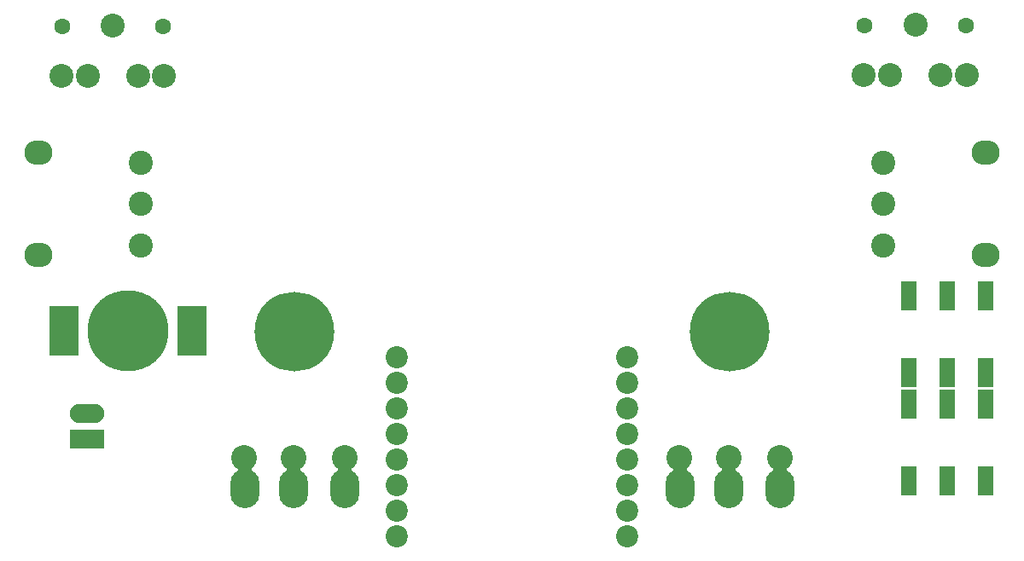
<source format=gbr>
G04 #@! TF.FileFunction,Soldermask,Bot*
%FSLAX46Y46*%
G04 Gerber Fmt 4.6, Leading zero omitted, Abs format (unit mm)*
G04 Created by KiCad (PCBNEW 4.0.7-e0-6372~58~ubuntu16.04.1) date Sat Mar  2 19:42:23 2019*
%MOMM*%
%LPD*%
G01*
G04 APERTURE LIST*
%ADD10C,0.100000*%
%ADD11C,2.400000*%
%ADD12O,2.800000X2.400000*%
%ADD13C,2.200000*%
%ADD14R,3.410000X1.910000*%
%ADD15O,3.410000X1.910000*%
%ADD16R,2.900000X4.900000*%
%ADD17C,8.020000*%
%ADD18C,2.381860*%
%ADD19C,1.600000*%
%ADD20R,1.598880X2.899360*%
%ADD21C,2.540000*%
%ADD22C,7.900000*%
%ADD23O,2.900000X3.900000*%
%ADD24R,1.400000X3.900000*%
G04 APERTURE END LIST*
D10*
D11*
X125730000Y-67600000D03*
X125730000Y-63500000D03*
X125730000Y-59400000D03*
D12*
X135890000Y-68580000D03*
X135890000Y-58420000D03*
D13*
X100330000Y-78740000D03*
X100330000Y-81280000D03*
X100330000Y-83820000D03*
X100330000Y-86360000D03*
X100330000Y-88900000D03*
X100330000Y-91440000D03*
X100330000Y-93980000D03*
X100330000Y-96520000D03*
X77470000Y-96520000D03*
X77470000Y-93980000D03*
X77470000Y-91440000D03*
X77470000Y-88900000D03*
X77470000Y-86360000D03*
X77470000Y-83820000D03*
X77470000Y-81280000D03*
X77470000Y-78740000D03*
D11*
X52070000Y-59400000D03*
X52070000Y-63500000D03*
X52070000Y-67600000D03*
D12*
X41910000Y-58420000D03*
X41910000Y-68580000D03*
D14*
X46736000Y-86868000D03*
D15*
X46736000Y-84328000D03*
D16*
X44450000Y-76073000D03*
X57150000Y-76073000D03*
D17*
X50800000Y-76073000D03*
D18*
X44178220Y-50800000D03*
X46776640Y-50800000D03*
X49276000Y-45801280D03*
X54373780Y-50800000D03*
X51775360Y-50800000D03*
D19*
X44259500Y-45864780D03*
X54292500Y-45864780D03*
D18*
X123807220Y-50718720D03*
X126405640Y-50718720D03*
X128905000Y-45720000D03*
X134002780Y-50718720D03*
X131404360Y-50718720D03*
D19*
X123888500Y-45783500D03*
X133921500Y-45783500D03*
D20*
X135890000Y-83375500D03*
X132080000Y-83375500D03*
X128270000Y-83375500D03*
X132080000Y-90995500D03*
X135890000Y-90995500D03*
X128270000Y-90995500D03*
X135890000Y-72580500D03*
X132080000Y-72580500D03*
X128270000Y-72580500D03*
X132080000Y-80200500D03*
X135890000Y-80200500D03*
X128270000Y-80200500D03*
D21*
X62310000Y-88740000D03*
X67230000Y-88740000D03*
X72310000Y-88740000D03*
D22*
X67310000Y-76200000D03*
D23*
X62404000Y-91788000D03*
X67230000Y-91788000D03*
X72310000Y-91788000D03*
D24*
X62404000Y-90264000D03*
X67230000Y-90264000D03*
X72310000Y-90518000D03*
D21*
X105490000Y-88740000D03*
X110410000Y-88740000D03*
X115490000Y-88740000D03*
D22*
X110490000Y-76200000D03*
D23*
X105584000Y-91788000D03*
X110410000Y-91788000D03*
X115490000Y-91788000D03*
D24*
X105584000Y-90264000D03*
X110410000Y-90264000D03*
X115490000Y-90518000D03*
M02*

</source>
